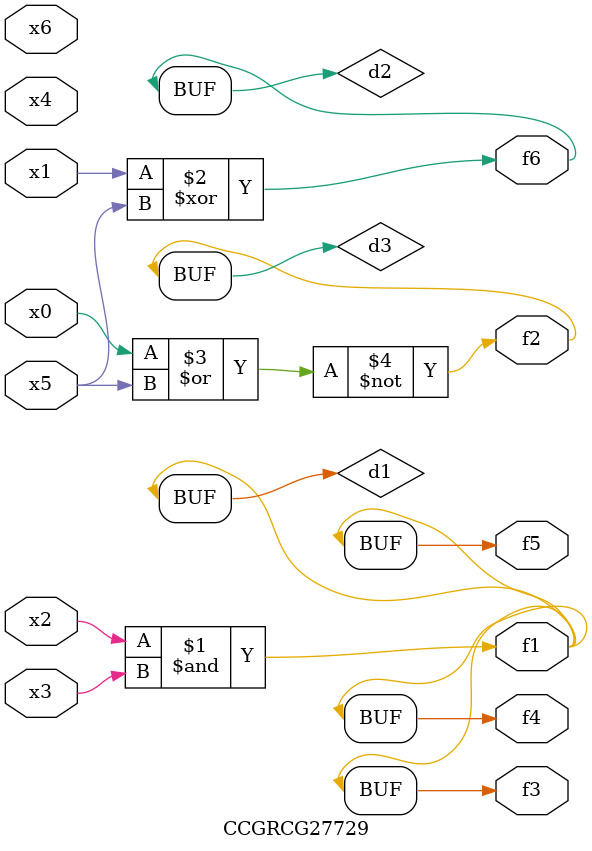
<source format=v>
module CCGRCG27729(
	input x0, x1, x2, x3, x4, x5, x6,
	output f1, f2, f3, f4, f5, f6
);

	wire d1, d2, d3;

	and (d1, x2, x3);
	xor (d2, x1, x5);
	nor (d3, x0, x5);
	assign f1 = d1;
	assign f2 = d3;
	assign f3 = d1;
	assign f4 = d1;
	assign f5 = d1;
	assign f6 = d2;
endmodule

</source>
